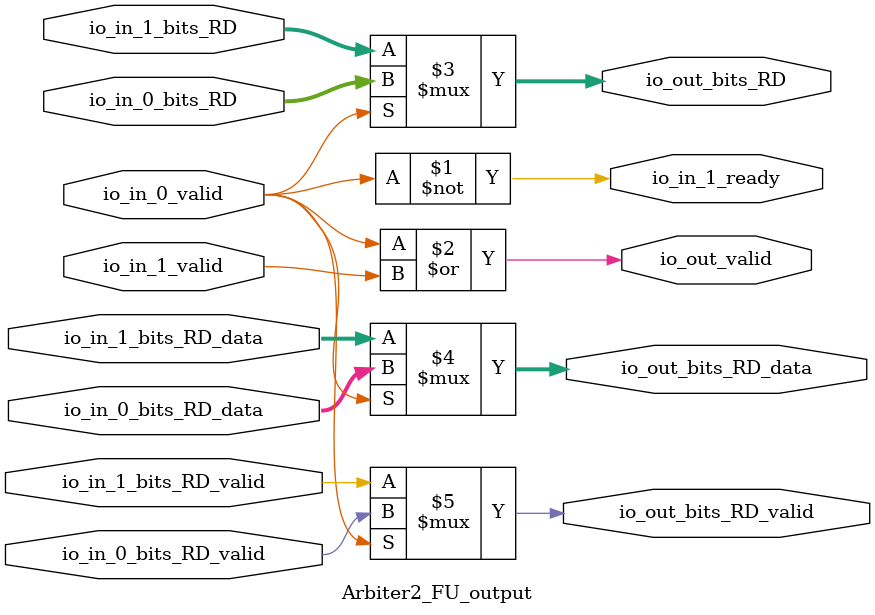
<source format=sv>
module Arbiter2_FU_output(	// src/main/scala/chisel3/util/Arbiter.scala:133:7
  input         io_in_0_valid,	// src/main/scala/chisel3/util/Arbiter.scala:140:14
  input  [6:0]  io_in_0_bits_RD,	// src/main/scala/chisel3/util/Arbiter.scala:140:14
  input  [31:0] io_in_0_bits_RD_data,	// src/main/scala/chisel3/util/Arbiter.scala:140:14
  input         io_in_0_bits_RD_valid,	// src/main/scala/chisel3/util/Arbiter.scala:140:14
  output        io_in_1_ready,	// src/main/scala/chisel3/util/Arbiter.scala:140:14
  input         io_in_1_valid,	// src/main/scala/chisel3/util/Arbiter.scala:140:14
  input  [6:0]  io_in_1_bits_RD,	// src/main/scala/chisel3/util/Arbiter.scala:140:14
  input  [31:0] io_in_1_bits_RD_data,	// src/main/scala/chisel3/util/Arbiter.scala:140:14
  input         io_in_1_bits_RD_valid,	// src/main/scala/chisel3/util/Arbiter.scala:140:14
  output        io_out_valid,	// src/main/scala/chisel3/util/Arbiter.scala:140:14
  output [6:0]  io_out_bits_RD,	// src/main/scala/chisel3/util/Arbiter.scala:140:14
  output [31:0] io_out_bits_RD_data,	// src/main/scala/chisel3/util/Arbiter.scala:140:14
  output        io_out_bits_RD_valid	// src/main/scala/chisel3/util/Arbiter.scala:140:14
);

  assign io_in_1_ready = ~io_in_0_valid;	// src/main/scala/chisel3/util/Arbiter.scala:45:78, :133:7
  assign io_out_valid = io_in_0_valid | io_in_1_valid;	// src/main/scala/chisel3/util/Arbiter.scala:133:7, :154:31
  assign io_out_bits_RD = io_in_0_valid ? io_in_0_bits_RD : io_in_1_bits_RD;	// src/main/scala/chisel3/util/Arbiter.scala:133:7, :143:15, :145:26, :147:19
  assign io_out_bits_RD_data =
    io_in_0_valid ? io_in_0_bits_RD_data : io_in_1_bits_RD_data;	// src/main/scala/chisel3/util/Arbiter.scala:133:7, :143:15, :145:26, :147:19
  assign io_out_bits_RD_valid =
    io_in_0_valid ? io_in_0_bits_RD_valid : io_in_1_bits_RD_valid;	// src/main/scala/chisel3/util/Arbiter.scala:133:7, :143:15, :145:26, :147:19
endmodule


</source>
